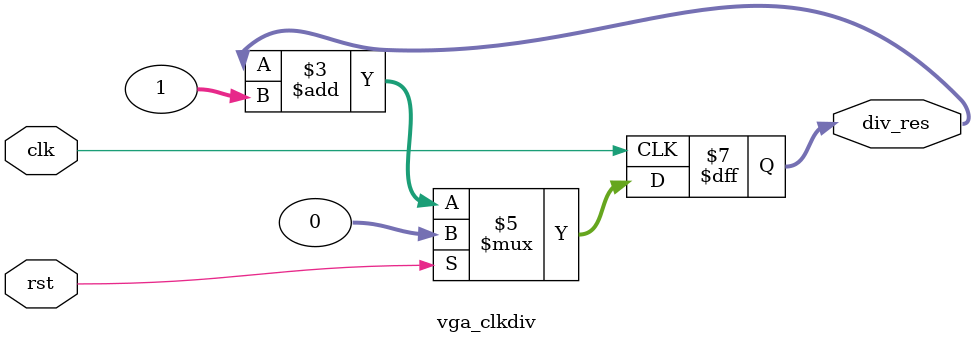
<source format=v>
module vga_clkdiv(
    input               clk,
    input               rst, // Active-high
    output reg [31:0]   div_res
);

    always @(posedge clk) begin     // When postive edge of `clk` comes
        if(rst == 1'b1) begin
            div_res <= 32'b0;
        end else begin
            div_res <= div_res + 32'b1;  // Increase `div_res` by 1
        end
    end
endmodule
</source>
